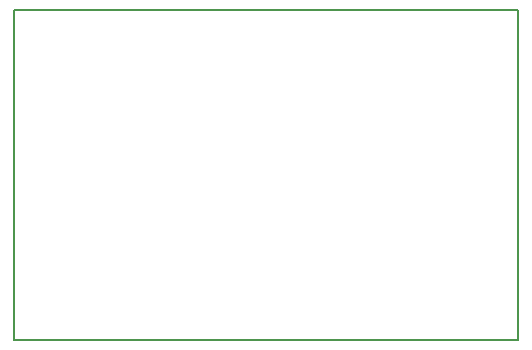
<source format=gbo>
G04 MADE WITH FRITZING*
G04 WWW.FRITZING.ORG*
G04 DOUBLE SIDED*
G04 HOLES PLATED*
G04 CONTOUR ON CENTER OF CONTOUR VECTOR*
%ASAXBY*%
%FSLAX23Y23*%
%MOIN*%
%OFA0B0*%
%SFA1.0B1.0*%
%ADD10R,1.689820X1.110830X1.673820X1.094830*%
%ADD11C,0.008000*%
%LNSILK0*%
G90*
G70*
G54D11*
X4Y1107D02*
X1686Y1107D01*
X1686Y4D01*
X4Y4D01*
X4Y1107D01*
D02*
G04 End of Silk0*
M02*
</source>
